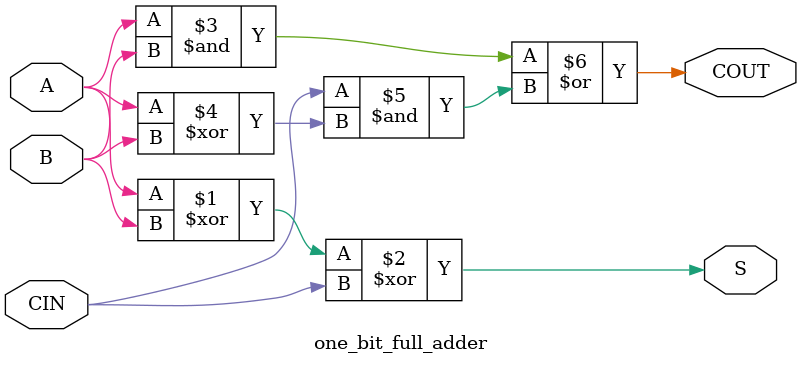
<source format=v>
`timescale 1ns / 1ps


module one_bit_full_adder(
    input A,
    input B,
    input CIN,
    output S,
    output COUT
    );
    
    assign S = A ^ B ^ CIN;
    assign COUT = (A & B) | (CIN & (A ^ B));  
endmodule

</source>
